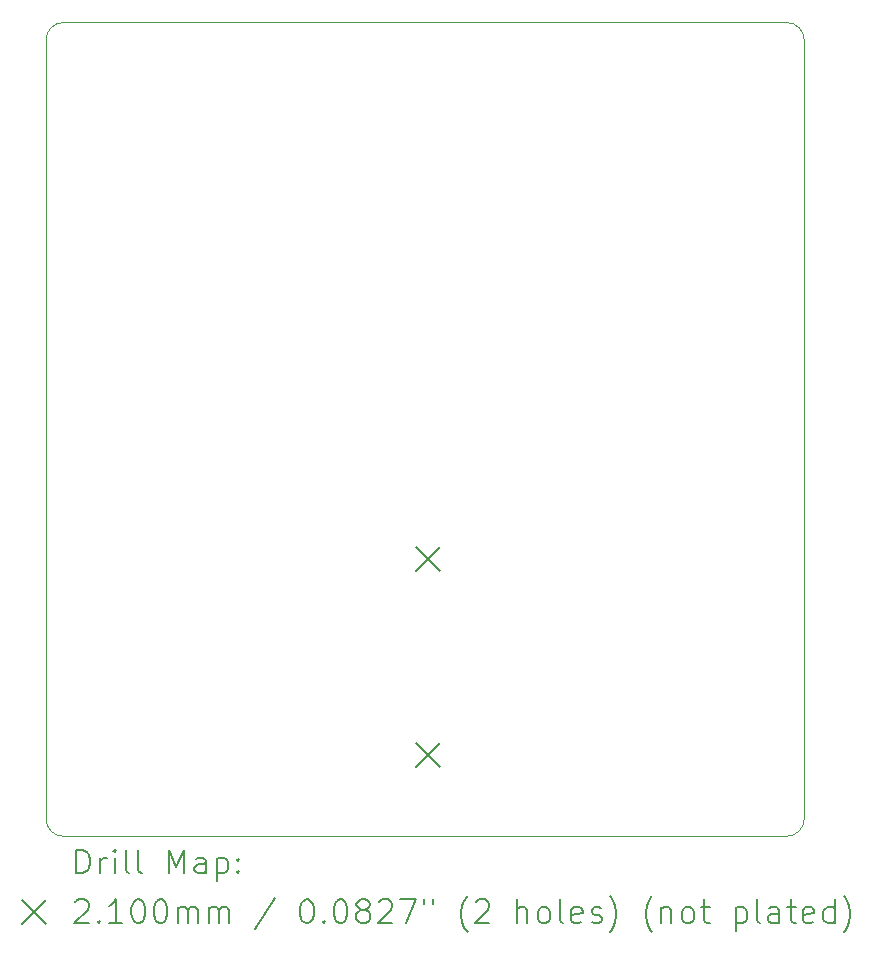
<source format=gbr>
%TF.GenerationSoftware,KiCad,Pcbnew,8.0.5*%
%TF.CreationDate,2025-07-21T17:16:51-07:00*%
%TF.ProjectId,Penguin_Paddle,50656e67-7569-46e5-9f50-6164646c652e, 4*%
%TF.SameCoordinates,Original*%
%TF.FileFunction,Drillmap*%
%TF.FilePolarity,Positive*%
%FSLAX45Y45*%
G04 Gerber Fmt 4.5, Leading zero omitted, Abs format (unit mm)*
G04 Created by KiCad (PCBNEW 8.0.5) date 2025-07-21 17:16:51*
%MOMM*%
%LPD*%
G01*
G04 APERTURE LIST*
%ADD10C,0.050000*%
%ADD11C,0.200000*%
%ADD12C,0.210000*%
G04 APERTURE END LIST*
D10*
X19213000Y-14827000D02*
X19213000Y-8236000D01*
X25484000Y-8086000D02*
G75*
G02*
X25634000Y-8236000I0J-150000D01*
G01*
X19363000Y-8086000D02*
X25484000Y-8086000D01*
X19213000Y-8236000D02*
G75*
G02*
X19363000Y-8086000I150000J0D01*
G01*
X19363000Y-14977000D02*
G75*
G02*
X19213000Y-14827000I0J150000D01*
G01*
X25484000Y-14977000D02*
X19363000Y-14977000D01*
X25634000Y-8236000D02*
X25634000Y-14827000D01*
X25634000Y-14827000D02*
G75*
G02*
X25484000Y-14977000I-150000J0D01*
G01*
D11*
D12*
X22343000Y-12523000D02*
X22553000Y-12733000D01*
X22553000Y-12523000D02*
X22343000Y-12733000D01*
X22343000Y-14183000D02*
X22553000Y-14393000D01*
X22553000Y-14183000D02*
X22343000Y-14393000D01*
D11*
X19471277Y-15290984D02*
X19471277Y-15090984D01*
X19471277Y-15090984D02*
X19518896Y-15090984D01*
X19518896Y-15090984D02*
X19547467Y-15100508D01*
X19547467Y-15100508D02*
X19566515Y-15119555D01*
X19566515Y-15119555D02*
X19576039Y-15138603D01*
X19576039Y-15138603D02*
X19585563Y-15176698D01*
X19585563Y-15176698D02*
X19585563Y-15205269D01*
X19585563Y-15205269D02*
X19576039Y-15243365D01*
X19576039Y-15243365D02*
X19566515Y-15262412D01*
X19566515Y-15262412D02*
X19547467Y-15281460D01*
X19547467Y-15281460D02*
X19518896Y-15290984D01*
X19518896Y-15290984D02*
X19471277Y-15290984D01*
X19671277Y-15290984D02*
X19671277Y-15157650D01*
X19671277Y-15195746D02*
X19680801Y-15176698D01*
X19680801Y-15176698D02*
X19690324Y-15167174D01*
X19690324Y-15167174D02*
X19709372Y-15157650D01*
X19709372Y-15157650D02*
X19728420Y-15157650D01*
X19795086Y-15290984D02*
X19795086Y-15157650D01*
X19795086Y-15090984D02*
X19785563Y-15100508D01*
X19785563Y-15100508D02*
X19795086Y-15110031D01*
X19795086Y-15110031D02*
X19804610Y-15100508D01*
X19804610Y-15100508D02*
X19795086Y-15090984D01*
X19795086Y-15090984D02*
X19795086Y-15110031D01*
X19918896Y-15290984D02*
X19899848Y-15281460D01*
X19899848Y-15281460D02*
X19890324Y-15262412D01*
X19890324Y-15262412D02*
X19890324Y-15090984D01*
X20023658Y-15290984D02*
X20004610Y-15281460D01*
X20004610Y-15281460D02*
X19995086Y-15262412D01*
X19995086Y-15262412D02*
X19995086Y-15090984D01*
X20252229Y-15290984D02*
X20252229Y-15090984D01*
X20252229Y-15090984D02*
X20318896Y-15233841D01*
X20318896Y-15233841D02*
X20385563Y-15090984D01*
X20385563Y-15090984D02*
X20385563Y-15290984D01*
X20566515Y-15290984D02*
X20566515Y-15186222D01*
X20566515Y-15186222D02*
X20556991Y-15167174D01*
X20556991Y-15167174D02*
X20537944Y-15157650D01*
X20537944Y-15157650D02*
X20499848Y-15157650D01*
X20499848Y-15157650D02*
X20480801Y-15167174D01*
X20566515Y-15281460D02*
X20547467Y-15290984D01*
X20547467Y-15290984D02*
X20499848Y-15290984D01*
X20499848Y-15290984D02*
X20480801Y-15281460D01*
X20480801Y-15281460D02*
X20471277Y-15262412D01*
X20471277Y-15262412D02*
X20471277Y-15243365D01*
X20471277Y-15243365D02*
X20480801Y-15224317D01*
X20480801Y-15224317D02*
X20499848Y-15214793D01*
X20499848Y-15214793D02*
X20547467Y-15214793D01*
X20547467Y-15214793D02*
X20566515Y-15205269D01*
X20661753Y-15157650D02*
X20661753Y-15357650D01*
X20661753Y-15167174D02*
X20680801Y-15157650D01*
X20680801Y-15157650D02*
X20718896Y-15157650D01*
X20718896Y-15157650D02*
X20737944Y-15167174D01*
X20737944Y-15167174D02*
X20747467Y-15176698D01*
X20747467Y-15176698D02*
X20756991Y-15195746D01*
X20756991Y-15195746D02*
X20756991Y-15252888D01*
X20756991Y-15252888D02*
X20747467Y-15271936D01*
X20747467Y-15271936D02*
X20737944Y-15281460D01*
X20737944Y-15281460D02*
X20718896Y-15290984D01*
X20718896Y-15290984D02*
X20680801Y-15290984D01*
X20680801Y-15290984D02*
X20661753Y-15281460D01*
X20842705Y-15271936D02*
X20852229Y-15281460D01*
X20852229Y-15281460D02*
X20842705Y-15290984D01*
X20842705Y-15290984D02*
X20833182Y-15281460D01*
X20833182Y-15281460D02*
X20842705Y-15271936D01*
X20842705Y-15271936D02*
X20842705Y-15290984D01*
X20842705Y-15167174D02*
X20852229Y-15176698D01*
X20852229Y-15176698D02*
X20842705Y-15186222D01*
X20842705Y-15186222D02*
X20833182Y-15176698D01*
X20833182Y-15176698D02*
X20842705Y-15167174D01*
X20842705Y-15167174D02*
X20842705Y-15186222D01*
X19010500Y-15519500D02*
X19210500Y-15719500D01*
X19210500Y-15519500D02*
X19010500Y-15719500D01*
X19461753Y-15530031D02*
X19471277Y-15520508D01*
X19471277Y-15520508D02*
X19490324Y-15510984D01*
X19490324Y-15510984D02*
X19537944Y-15510984D01*
X19537944Y-15510984D02*
X19556991Y-15520508D01*
X19556991Y-15520508D02*
X19566515Y-15530031D01*
X19566515Y-15530031D02*
X19576039Y-15549079D01*
X19576039Y-15549079D02*
X19576039Y-15568127D01*
X19576039Y-15568127D02*
X19566515Y-15596698D01*
X19566515Y-15596698D02*
X19452229Y-15710984D01*
X19452229Y-15710984D02*
X19576039Y-15710984D01*
X19661753Y-15691936D02*
X19671277Y-15701460D01*
X19671277Y-15701460D02*
X19661753Y-15710984D01*
X19661753Y-15710984D02*
X19652229Y-15701460D01*
X19652229Y-15701460D02*
X19661753Y-15691936D01*
X19661753Y-15691936D02*
X19661753Y-15710984D01*
X19861753Y-15710984D02*
X19747467Y-15710984D01*
X19804610Y-15710984D02*
X19804610Y-15510984D01*
X19804610Y-15510984D02*
X19785563Y-15539555D01*
X19785563Y-15539555D02*
X19766515Y-15558603D01*
X19766515Y-15558603D02*
X19747467Y-15568127D01*
X19985563Y-15510984D02*
X20004610Y-15510984D01*
X20004610Y-15510984D02*
X20023658Y-15520508D01*
X20023658Y-15520508D02*
X20033182Y-15530031D01*
X20033182Y-15530031D02*
X20042705Y-15549079D01*
X20042705Y-15549079D02*
X20052229Y-15587174D01*
X20052229Y-15587174D02*
X20052229Y-15634793D01*
X20052229Y-15634793D02*
X20042705Y-15672888D01*
X20042705Y-15672888D02*
X20033182Y-15691936D01*
X20033182Y-15691936D02*
X20023658Y-15701460D01*
X20023658Y-15701460D02*
X20004610Y-15710984D01*
X20004610Y-15710984D02*
X19985563Y-15710984D01*
X19985563Y-15710984D02*
X19966515Y-15701460D01*
X19966515Y-15701460D02*
X19956991Y-15691936D01*
X19956991Y-15691936D02*
X19947467Y-15672888D01*
X19947467Y-15672888D02*
X19937944Y-15634793D01*
X19937944Y-15634793D02*
X19937944Y-15587174D01*
X19937944Y-15587174D02*
X19947467Y-15549079D01*
X19947467Y-15549079D02*
X19956991Y-15530031D01*
X19956991Y-15530031D02*
X19966515Y-15520508D01*
X19966515Y-15520508D02*
X19985563Y-15510984D01*
X20176039Y-15510984D02*
X20195086Y-15510984D01*
X20195086Y-15510984D02*
X20214134Y-15520508D01*
X20214134Y-15520508D02*
X20223658Y-15530031D01*
X20223658Y-15530031D02*
X20233182Y-15549079D01*
X20233182Y-15549079D02*
X20242705Y-15587174D01*
X20242705Y-15587174D02*
X20242705Y-15634793D01*
X20242705Y-15634793D02*
X20233182Y-15672888D01*
X20233182Y-15672888D02*
X20223658Y-15691936D01*
X20223658Y-15691936D02*
X20214134Y-15701460D01*
X20214134Y-15701460D02*
X20195086Y-15710984D01*
X20195086Y-15710984D02*
X20176039Y-15710984D01*
X20176039Y-15710984D02*
X20156991Y-15701460D01*
X20156991Y-15701460D02*
X20147467Y-15691936D01*
X20147467Y-15691936D02*
X20137944Y-15672888D01*
X20137944Y-15672888D02*
X20128420Y-15634793D01*
X20128420Y-15634793D02*
X20128420Y-15587174D01*
X20128420Y-15587174D02*
X20137944Y-15549079D01*
X20137944Y-15549079D02*
X20147467Y-15530031D01*
X20147467Y-15530031D02*
X20156991Y-15520508D01*
X20156991Y-15520508D02*
X20176039Y-15510984D01*
X20328420Y-15710984D02*
X20328420Y-15577650D01*
X20328420Y-15596698D02*
X20337944Y-15587174D01*
X20337944Y-15587174D02*
X20356991Y-15577650D01*
X20356991Y-15577650D02*
X20385563Y-15577650D01*
X20385563Y-15577650D02*
X20404610Y-15587174D01*
X20404610Y-15587174D02*
X20414134Y-15606222D01*
X20414134Y-15606222D02*
X20414134Y-15710984D01*
X20414134Y-15606222D02*
X20423658Y-15587174D01*
X20423658Y-15587174D02*
X20442705Y-15577650D01*
X20442705Y-15577650D02*
X20471277Y-15577650D01*
X20471277Y-15577650D02*
X20490325Y-15587174D01*
X20490325Y-15587174D02*
X20499848Y-15606222D01*
X20499848Y-15606222D02*
X20499848Y-15710984D01*
X20595086Y-15710984D02*
X20595086Y-15577650D01*
X20595086Y-15596698D02*
X20604610Y-15587174D01*
X20604610Y-15587174D02*
X20623658Y-15577650D01*
X20623658Y-15577650D02*
X20652229Y-15577650D01*
X20652229Y-15577650D02*
X20671277Y-15587174D01*
X20671277Y-15587174D02*
X20680801Y-15606222D01*
X20680801Y-15606222D02*
X20680801Y-15710984D01*
X20680801Y-15606222D02*
X20690325Y-15587174D01*
X20690325Y-15587174D02*
X20709372Y-15577650D01*
X20709372Y-15577650D02*
X20737944Y-15577650D01*
X20737944Y-15577650D02*
X20756991Y-15587174D01*
X20756991Y-15587174D02*
X20766515Y-15606222D01*
X20766515Y-15606222D02*
X20766515Y-15710984D01*
X21156991Y-15501460D02*
X20985563Y-15758603D01*
X21414134Y-15510984D02*
X21433182Y-15510984D01*
X21433182Y-15510984D02*
X21452229Y-15520508D01*
X21452229Y-15520508D02*
X21461753Y-15530031D01*
X21461753Y-15530031D02*
X21471277Y-15549079D01*
X21471277Y-15549079D02*
X21480801Y-15587174D01*
X21480801Y-15587174D02*
X21480801Y-15634793D01*
X21480801Y-15634793D02*
X21471277Y-15672888D01*
X21471277Y-15672888D02*
X21461753Y-15691936D01*
X21461753Y-15691936D02*
X21452229Y-15701460D01*
X21452229Y-15701460D02*
X21433182Y-15710984D01*
X21433182Y-15710984D02*
X21414134Y-15710984D01*
X21414134Y-15710984D02*
X21395087Y-15701460D01*
X21395087Y-15701460D02*
X21385563Y-15691936D01*
X21385563Y-15691936D02*
X21376039Y-15672888D01*
X21376039Y-15672888D02*
X21366515Y-15634793D01*
X21366515Y-15634793D02*
X21366515Y-15587174D01*
X21366515Y-15587174D02*
X21376039Y-15549079D01*
X21376039Y-15549079D02*
X21385563Y-15530031D01*
X21385563Y-15530031D02*
X21395087Y-15520508D01*
X21395087Y-15520508D02*
X21414134Y-15510984D01*
X21566515Y-15691936D02*
X21576039Y-15701460D01*
X21576039Y-15701460D02*
X21566515Y-15710984D01*
X21566515Y-15710984D02*
X21556991Y-15701460D01*
X21556991Y-15701460D02*
X21566515Y-15691936D01*
X21566515Y-15691936D02*
X21566515Y-15710984D01*
X21699848Y-15510984D02*
X21718896Y-15510984D01*
X21718896Y-15510984D02*
X21737944Y-15520508D01*
X21737944Y-15520508D02*
X21747468Y-15530031D01*
X21747468Y-15530031D02*
X21756991Y-15549079D01*
X21756991Y-15549079D02*
X21766515Y-15587174D01*
X21766515Y-15587174D02*
X21766515Y-15634793D01*
X21766515Y-15634793D02*
X21756991Y-15672888D01*
X21756991Y-15672888D02*
X21747468Y-15691936D01*
X21747468Y-15691936D02*
X21737944Y-15701460D01*
X21737944Y-15701460D02*
X21718896Y-15710984D01*
X21718896Y-15710984D02*
X21699848Y-15710984D01*
X21699848Y-15710984D02*
X21680801Y-15701460D01*
X21680801Y-15701460D02*
X21671277Y-15691936D01*
X21671277Y-15691936D02*
X21661753Y-15672888D01*
X21661753Y-15672888D02*
X21652229Y-15634793D01*
X21652229Y-15634793D02*
X21652229Y-15587174D01*
X21652229Y-15587174D02*
X21661753Y-15549079D01*
X21661753Y-15549079D02*
X21671277Y-15530031D01*
X21671277Y-15530031D02*
X21680801Y-15520508D01*
X21680801Y-15520508D02*
X21699848Y-15510984D01*
X21880801Y-15596698D02*
X21861753Y-15587174D01*
X21861753Y-15587174D02*
X21852229Y-15577650D01*
X21852229Y-15577650D02*
X21842706Y-15558603D01*
X21842706Y-15558603D02*
X21842706Y-15549079D01*
X21842706Y-15549079D02*
X21852229Y-15530031D01*
X21852229Y-15530031D02*
X21861753Y-15520508D01*
X21861753Y-15520508D02*
X21880801Y-15510984D01*
X21880801Y-15510984D02*
X21918896Y-15510984D01*
X21918896Y-15510984D02*
X21937944Y-15520508D01*
X21937944Y-15520508D02*
X21947468Y-15530031D01*
X21947468Y-15530031D02*
X21956991Y-15549079D01*
X21956991Y-15549079D02*
X21956991Y-15558603D01*
X21956991Y-15558603D02*
X21947468Y-15577650D01*
X21947468Y-15577650D02*
X21937944Y-15587174D01*
X21937944Y-15587174D02*
X21918896Y-15596698D01*
X21918896Y-15596698D02*
X21880801Y-15596698D01*
X21880801Y-15596698D02*
X21861753Y-15606222D01*
X21861753Y-15606222D02*
X21852229Y-15615746D01*
X21852229Y-15615746D02*
X21842706Y-15634793D01*
X21842706Y-15634793D02*
X21842706Y-15672888D01*
X21842706Y-15672888D02*
X21852229Y-15691936D01*
X21852229Y-15691936D02*
X21861753Y-15701460D01*
X21861753Y-15701460D02*
X21880801Y-15710984D01*
X21880801Y-15710984D02*
X21918896Y-15710984D01*
X21918896Y-15710984D02*
X21937944Y-15701460D01*
X21937944Y-15701460D02*
X21947468Y-15691936D01*
X21947468Y-15691936D02*
X21956991Y-15672888D01*
X21956991Y-15672888D02*
X21956991Y-15634793D01*
X21956991Y-15634793D02*
X21947468Y-15615746D01*
X21947468Y-15615746D02*
X21937944Y-15606222D01*
X21937944Y-15606222D02*
X21918896Y-15596698D01*
X22033182Y-15530031D02*
X22042706Y-15520508D01*
X22042706Y-15520508D02*
X22061753Y-15510984D01*
X22061753Y-15510984D02*
X22109372Y-15510984D01*
X22109372Y-15510984D02*
X22128420Y-15520508D01*
X22128420Y-15520508D02*
X22137944Y-15530031D01*
X22137944Y-15530031D02*
X22147468Y-15549079D01*
X22147468Y-15549079D02*
X22147468Y-15568127D01*
X22147468Y-15568127D02*
X22137944Y-15596698D01*
X22137944Y-15596698D02*
X22023658Y-15710984D01*
X22023658Y-15710984D02*
X22147468Y-15710984D01*
X22214134Y-15510984D02*
X22347468Y-15510984D01*
X22347468Y-15510984D02*
X22261753Y-15710984D01*
X22414134Y-15510984D02*
X22414134Y-15549079D01*
X22490325Y-15510984D02*
X22490325Y-15549079D01*
X22785563Y-15787174D02*
X22776039Y-15777650D01*
X22776039Y-15777650D02*
X22756991Y-15749079D01*
X22756991Y-15749079D02*
X22747468Y-15730031D01*
X22747468Y-15730031D02*
X22737944Y-15701460D01*
X22737944Y-15701460D02*
X22728420Y-15653841D01*
X22728420Y-15653841D02*
X22728420Y-15615746D01*
X22728420Y-15615746D02*
X22737944Y-15568127D01*
X22737944Y-15568127D02*
X22747468Y-15539555D01*
X22747468Y-15539555D02*
X22756991Y-15520508D01*
X22756991Y-15520508D02*
X22776039Y-15491936D01*
X22776039Y-15491936D02*
X22785563Y-15482412D01*
X22852229Y-15530031D02*
X22861753Y-15520508D01*
X22861753Y-15520508D02*
X22880801Y-15510984D01*
X22880801Y-15510984D02*
X22928420Y-15510984D01*
X22928420Y-15510984D02*
X22947468Y-15520508D01*
X22947468Y-15520508D02*
X22956991Y-15530031D01*
X22956991Y-15530031D02*
X22966515Y-15549079D01*
X22966515Y-15549079D02*
X22966515Y-15568127D01*
X22966515Y-15568127D02*
X22956991Y-15596698D01*
X22956991Y-15596698D02*
X22842706Y-15710984D01*
X22842706Y-15710984D02*
X22966515Y-15710984D01*
X23204610Y-15710984D02*
X23204610Y-15510984D01*
X23290325Y-15710984D02*
X23290325Y-15606222D01*
X23290325Y-15606222D02*
X23280801Y-15587174D01*
X23280801Y-15587174D02*
X23261753Y-15577650D01*
X23261753Y-15577650D02*
X23233182Y-15577650D01*
X23233182Y-15577650D02*
X23214134Y-15587174D01*
X23214134Y-15587174D02*
X23204610Y-15596698D01*
X23414134Y-15710984D02*
X23395087Y-15701460D01*
X23395087Y-15701460D02*
X23385563Y-15691936D01*
X23385563Y-15691936D02*
X23376039Y-15672888D01*
X23376039Y-15672888D02*
X23376039Y-15615746D01*
X23376039Y-15615746D02*
X23385563Y-15596698D01*
X23385563Y-15596698D02*
X23395087Y-15587174D01*
X23395087Y-15587174D02*
X23414134Y-15577650D01*
X23414134Y-15577650D02*
X23442706Y-15577650D01*
X23442706Y-15577650D02*
X23461753Y-15587174D01*
X23461753Y-15587174D02*
X23471277Y-15596698D01*
X23471277Y-15596698D02*
X23480801Y-15615746D01*
X23480801Y-15615746D02*
X23480801Y-15672888D01*
X23480801Y-15672888D02*
X23471277Y-15691936D01*
X23471277Y-15691936D02*
X23461753Y-15701460D01*
X23461753Y-15701460D02*
X23442706Y-15710984D01*
X23442706Y-15710984D02*
X23414134Y-15710984D01*
X23595087Y-15710984D02*
X23576039Y-15701460D01*
X23576039Y-15701460D02*
X23566515Y-15682412D01*
X23566515Y-15682412D02*
X23566515Y-15510984D01*
X23747468Y-15701460D02*
X23728420Y-15710984D01*
X23728420Y-15710984D02*
X23690325Y-15710984D01*
X23690325Y-15710984D02*
X23671277Y-15701460D01*
X23671277Y-15701460D02*
X23661753Y-15682412D01*
X23661753Y-15682412D02*
X23661753Y-15606222D01*
X23661753Y-15606222D02*
X23671277Y-15587174D01*
X23671277Y-15587174D02*
X23690325Y-15577650D01*
X23690325Y-15577650D02*
X23728420Y-15577650D01*
X23728420Y-15577650D02*
X23747468Y-15587174D01*
X23747468Y-15587174D02*
X23756991Y-15606222D01*
X23756991Y-15606222D02*
X23756991Y-15625269D01*
X23756991Y-15625269D02*
X23661753Y-15644317D01*
X23833182Y-15701460D02*
X23852230Y-15710984D01*
X23852230Y-15710984D02*
X23890325Y-15710984D01*
X23890325Y-15710984D02*
X23909372Y-15701460D01*
X23909372Y-15701460D02*
X23918896Y-15682412D01*
X23918896Y-15682412D02*
X23918896Y-15672888D01*
X23918896Y-15672888D02*
X23909372Y-15653841D01*
X23909372Y-15653841D02*
X23890325Y-15644317D01*
X23890325Y-15644317D02*
X23861753Y-15644317D01*
X23861753Y-15644317D02*
X23842706Y-15634793D01*
X23842706Y-15634793D02*
X23833182Y-15615746D01*
X23833182Y-15615746D02*
X23833182Y-15606222D01*
X23833182Y-15606222D02*
X23842706Y-15587174D01*
X23842706Y-15587174D02*
X23861753Y-15577650D01*
X23861753Y-15577650D02*
X23890325Y-15577650D01*
X23890325Y-15577650D02*
X23909372Y-15587174D01*
X23985563Y-15787174D02*
X23995087Y-15777650D01*
X23995087Y-15777650D02*
X24014134Y-15749079D01*
X24014134Y-15749079D02*
X24023658Y-15730031D01*
X24023658Y-15730031D02*
X24033182Y-15701460D01*
X24033182Y-15701460D02*
X24042706Y-15653841D01*
X24042706Y-15653841D02*
X24042706Y-15615746D01*
X24042706Y-15615746D02*
X24033182Y-15568127D01*
X24033182Y-15568127D02*
X24023658Y-15539555D01*
X24023658Y-15539555D02*
X24014134Y-15520508D01*
X24014134Y-15520508D02*
X23995087Y-15491936D01*
X23995087Y-15491936D02*
X23985563Y-15482412D01*
X24347468Y-15787174D02*
X24337944Y-15777650D01*
X24337944Y-15777650D02*
X24318896Y-15749079D01*
X24318896Y-15749079D02*
X24309372Y-15730031D01*
X24309372Y-15730031D02*
X24299849Y-15701460D01*
X24299849Y-15701460D02*
X24290325Y-15653841D01*
X24290325Y-15653841D02*
X24290325Y-15615746D01*
X24290325Y-15615746D02*
X24299849Y-15568127D01*
X24299849Y-15568127D02*
X24309372Y-15539555D01*
X24309372Y-15539555D02*
X24318896Y-15520508D01*
X24318896Y-15520508D02*
X24337944Y-15491936D01*
X24337944Y-15491936D02*
X24347468Y-15482412D01*
X24423658Y-15577650D02*
X24423658Y-15710984D01*
X24423658Y-15596698D02*
X24433182Y-15587174D01*
X24433182Y-15587174D02*
X24452230Y-15577650D01*
X24452230Y-15577650D02*
X24480801Y-15577650D01*
X24480801Y-15577650D02*
X24499849Y-15587174D01*
X24499849Y-15587174D02*
X24509372Y-15606222D01*
X24509372Y-15606222D02*
X24509372Y-15710984D01*
X24633182Y-15710984D02*
X24614134Y-15701460D01*
X24614134Y-15701460D02*
X24604611Y-15691936D01*
X24604611Y-15691936D02*
X24595087Y-15672888D01*
X24595087Y-15672888D02*
X24595087Y-15615746D01*
X24595087Y-15615746D02*
X24604611Y-15596698D01*
X24604611Y-15596698D02*
X24614134Y-15587174D01*
X24614134Y-15587174D02*
X24633182Y-15577650D01*
X24633182Y-15577650D02*
X24661753Y-15577650D01*
X24661753Y-15577650D02*
X24680801Y-15587174D01*
X24680801Y-15587174D02*
X24690325Y-15596698D01*
X24690325Y-15596698D02*
X24699849Y-15615746D01*
X24699849Y-15615746D02*
X24699849Y-15672888D01*
X24699849Y-15672888D02*
X24690325Y-15691936D01*
X24690325Y-15691936D02*
X24680801Y-15701460D01*
X24680801Y-15701460D02*
X24661753Y-15710984D01*
X24661753Y-15710984D02*
X24633182Y-15710984D01*
X24756992Y-15577650D02*
X24833182Y-15577650D01*
X24785563Y-15510984D02*
X24785563Y-15682412D01*
X24785563Y-15682412D02*
X24795087Y-15701460D01*
X24795087Y-15701460D02*
X24814134Y-15710984D01*
X24814134Y-15710984D02*
X24833182Y-15710984D01*
X25052230Y-15577650D02*
X25052230Y-15777650D01*
X25052230Y-15587174D02*
X25071277Y-15577650D01*
X25071277Y-15577650D02*
X25109373Y-15577650D01*
X25109373Y-15577650D02*
X25128420Y-15587174D01*
X25128420Y-15587174D02*
X25137944Y-15596698D01*
X25137944Y-15596698D02*
X25147468Y-15615746D01*
X25147468Y-15615746D02*
X25147468Y-15672888D01*
X25147468Y-15672888D02*
X25137944Y-15691936D01*
X25137944Y-15691936D02*
X25128420Y-15701460D01*
X25128420Y-15701460D02*
X25109373Y-15710984D01*
X25109373Y-15710984D02*
X25071277Y-15710984D01*
X25071277Y-15710984D02*
X25052230Y-15701460D01*
X25261753Y-15710984D02*
X25242706Y-15701460D01*
X25242706Y-15701460D02*
X25233182Y-15682412D01*
X25233182Y-15682412D02*
X25233182Y-15510984D01*
X25423658Y-15710984D02*
X25423658Y-15606222D01*
X25423658Y-15606222D02*
X25414134Y-15587174D01*
X25414134Y-15587174D02*
X25395087Y-15577650D01*
X25395087Y-15577650D02*
X25356992Y-15577650D01*
X25356992Y-15577650D02*
X25337944Y-15587174D01*
X25423658Y-15701460D02*
X25404611Y-15710984D01*
X25404611Y-15710984D02*
X25356992Y-15710984D01*
X25356992Y-15710984D02*
X25337944Y-15701460D01*
X25337944Y-15701460D02*
X25328420Y-15682412D01*
X25328420Y-15682412D02*
X25328420Y-15663365D01*
X25328420Y-15663365D02*
X25337944Y-15644317D01*
X25337944Y-15644317D02*
X25356992Y-15634793D01*
X25356992Y-15634793D02*
X25404611Y-15634793D01*
X25404611Y-15634793D02*
X25423658Y-15625269D01*
X25490325Y-15577650D02*
X25566515Y-15577650D01*
X25518896Y-15510984D02*
X25518896Y-15682412D01*
X25518896Y-15682412D02*
X25528420Y-15701460D01*
X25528420Y-15701460D02*
X25547468Y-15710984D01*
X25547468Y-15710984D02*
X25566515Y-15710984D01*
X25709373Y-15701460D02*
X25690325Y-15710984D01*
X25690325Y-15710984D02*
X25652230Y-15710984D01*
X25652230Y-15710984D02*
X25633182Y-15701460D01*
X25633182Y-15701460D02*
X25623658Y-15682412D01*
X25623658Y-15682412D02*
X25623658Y-15606222D01*
X25623658Y-15606222D02*
X25633182Y-15587174D01*
X25633182Y-15587174D02*
X25652230Y-15577650D01*
X25652230Y-15577650D02*
X25690325Y-15577650D01*
X25690325Y-15577650D02*
X25709373Y-15587174D01*
X25709373Y-15587174D02*
X25718896Y-15606222D01*
X25718896Y-15606222D02*
X25718896Y-15625269D01*
X25718896Y-15625269D02*
X25623658Y-15644317D01*
X25890325Y-15710984D02*
X25890325Y-15510984D01*
X25890325Y-15701460D02*
X25871277Y-15710984D01*
X25871277Y-15710984D02*
X25833182Y-15710984D01*
X25833182Y-15710984D02*
X25814134Y-15701460D01*
X25814134Y-15701460D02*
X25804611Y-15691936D01*
X25804611Y-15691936D02*
X25795087Y-15672888D01*
X25795087Y-15672888D02*
X25795087Y-15615746D01*
X25795087Y-15615746D02*
X25804611Y-15596698D01*
X25804611Y-15596698D02*
X25814134Y-15587174D01*
X25814134Y-15587174D02*
X25833182Y-15577650D01*
X25833182Y-15577650D02*
X25871277Y-15577650D01*
X25871277Y-15577650D02*
X25890325Y-15587174D01*
X25966515Y-15787174D02*
X25976039Y-15777650D01*
X25976039Y-15777650D02*
X25995087Y-15749079D01*
X25995087Y-15749079D02*
X26004611Y-15730031D01*
X26004611Y-15730031D02*
X26014134Y-15701460D01*
X26014134Y-15701460D02*
X26023658Y-15653841D01*
X26023658Y-15653841D02*
X26023658Y-15615746D01*
X26023658Y-15615746D02*
X26014134Y-15568127D01*
X26014134Y-15568127D02*
X26004611Y-15539555D01*
X26004611Y-15539555D02*
X25995087Y-15520508D01*
X25995087Y-15520508D02*
X25976039Y-15491936D01*
X25976039Y-15491936D02*
X25966515Y-15482412D01*
M02*

</source>
